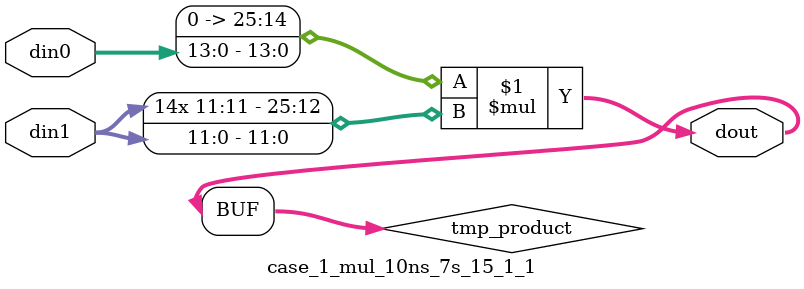
<source format=v>

`timescale 1 ns / 1 ps

 (* use_dsp = "no" *)  module case_1_mul_10ns_7s_15_1_1(din0, din1, dout);
parameter ID = 1;
parameter NUM_STAGE = 0;
parameter din0_WIDTH = 14;
parameter din1_WIDTH = 12;
parameter dout_WIDTH = 26;

input [din0_WIDTH - 1 : 0] din0; 
input [din1_WIDTH - 1 : 0] din1; 
output [dout_WIDTH - 1 : 0] dout;

wire signed [dout_WIDTH - 1 : 0] tmp_product;

























assign tmp_product = $signed({1'b0, din0}) * $signed(din1);










assign dout = tmp_product;





















endmodule

</source>
